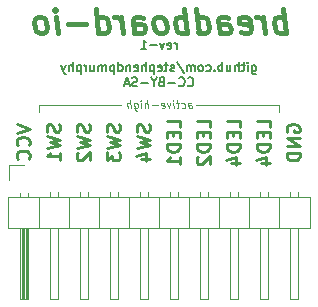
<source format=gbr>
%TF.GenerationSoftware,KiCad,Pcbnew,5.1.6-c6e7f7d~87~ubuntu18.04.1*%
%TF.CreationDate,2020-10-02T11:35:24-04:00*%
%TF.ProjectId,breadboard-io,62726561-6462-46f6-9172-642d696f2e6b,rev?*%
%TF.SameCoordinates,Original*%
%TF.FileFunction,Legend,Bot*%
%TF.FilePolarity,Positive*%
%FSLAX46Y46*%
G04 Gerber Fmt 4.6, Leading zero omitted, Abs format (unit mm)*
G04 Created by KiCad (PCBNEW 5.1.6-c6e7f7d~87~ubuntu18.04.1) date 2020-10-02 11:35:24*
%MOMM*%
%LPD*%
G01*
G04 APERTURE LIST*
%ADD10C,0.150000*%
%ADD11C,0.120000*%
%ADD12C,0.100000*%
%ADD13C,0.400000*%
%ADD14C,0.250000*%
G04 APERTURE END LIST*
D10*
X138642142Y-108289285D02*
X138642142Y-107789285D01*
X138642142Y-107932142D02*
X138606428Y-107860714D01*
X138570714Y-107825000D01*
X138499285Y-107789285D01*
X138427857Y-107789285D01*
X137892142Y-108253571D02*
X137963571Y-108289285D01*
X138106428Y-108289285D01*
X138177857Y-108253571D01*
X138213571Y-108182142D01*
X138213571Y-107896428D01*
X138177857Y-107825000D01*
X138106428Y-107789285D01*
X137963571Y-107789285D01*
X137892142Y-107825000D01*
X137856428Y-107896428D01*
X137856428Y-107967857D01*
X138213571Y-108039285D01*
X137606428Y-107789285D02*
X137427857Y-108289285D01*
X137249285Y-107789285D01*
X136963571Y-108003571D02*
X136392142Y-108003571D01*
X135642142Y-108289285D02*
X136070714Y-108289285D01*
X135856428Y-108289285D02*
X135856428Y-107539285D01*
X135927857Y-107646428D01*
X135999285Y-107717857D01*
X136070714Y-107753571D01*
D11*
X147320000Y-113030000D02*
X147320000Y-113665000D01*
X127000000Y-113030000D02*
X127000000Y-113665000D01*
X140335000Y-113030000D02*
X147320000Y-113030000D01*
X133985000Y-113030000D02*
X127000000Y-113030000D01*
D12*
X139670431Y-113324047D02*
X139627872Y-112983571D01*
X139651086Y-112921666D01*
X139709122Y-112890714D01*
X139832931Y-112890714D01*
X139898705Y-112921666D01*
X139666562Y-113293095D02*
X139732336Y-113324047D01*
X139887098Y-113324047D01*
X139945133Y-113293095D01*
X139968348Y-113231190D01*
X139960610Y-113169285D01*
X139921919Y-113107380D01*
X139856145Y-113076428D01*
X139701383Y-113076428D01*
X139635610Y-113045476D01*
X139078467Y-113293095D02*
X139144241Y-113324047D01*
X139268050Y-113324047D01*
X139326086Y-113293095D01*
X139353169Y-113262142D01*
X139376383Y-113200238D01*
X139353169Y-113014523D01*
X139314479Y-112952619D01*
X139279657Y-112921666D01*
X139213883Y-112890714D01*
X139090074Y-112890714D01*
X139032038Y-112921666D01*
X138842455Y-112890714D02*
X138594836Y-112890714D01*
X138722514Y-112674047D02*
X138792157Y-113231190D01*
X138768943Y-113293095D01*
X138710907Y-113324047D01*
X138649002Y-113324047D01*
X138432336Y-113324047D02*
X138378169Y-112890714D01*
X138351086Y-112674047D02*
X138385907Y-112705000D01*
X138358824Y-112735952D01*
X138324002Y-112705000D01*
X138351086Y-112674047D01*
X138358824Y-112735952D01*
X138130550Y-112890714D02*
X138029955Y-113324047D01*
X137821026Y-112890714D01*
X137376086Y-113293095D02*
X137441860Y-113324047D01*
X137565669Y-113324047D01*
X137623705Y-113293095D01*
X137646919Y-113231190D01*
X137615967Y-112983571D01*
X137577276Y-112921666D01*
X137511502Y-112890714D01*
X137387693Y-112890714D01*
X137329657Y-112921666D01*
X137306443Y-112983571D01*
X137314181Y-113045476D01*
X137631443Y-113107380D01*
X137039479Y-113076428D02*
X136544241Y-113076428D01*
X136265669Y-113324047D02*
X136184419Y-112674047D01*
X135987098Y-113324047D02*
X135944538Y-112983571D01*
X135967752Y-112921666D01*
X136025788Y-112890714D01*
X136118645Y-112890714D01*
X136184419Y-112921666D01*
X136219241Y-112952619D01*
X135677574Y-113324047D02*
X135623407Y-112890714D01*
X135596324Y-112674047D02*
X135631145Y-112705000D01*
X135604062Y-112735952D01*
X135569241Y-112705000D01*
X135596324Y-112674047D01*
X135604062Y-112735952D01*
X135035312Y-112890714D02*
X135101086Y-113416904D01*
X135139776Y-113478809D01*
X135174598Y-113509761D01*
X135240372Y-113540714D01*
X135333229Y-113540714D01*
X135391264Y-113509761D01*
X135085610Y-113293095D02*
X135151383Y-113324047D01*
X135275193Y-113324047D01*
X135333229Y-113293095D01*
X135360312Y-113262142D01*
X135383526Y-113200238D01*
X135360312Y-113014523D01*
X135321622Y-112952619D01*
X135286800Y-112921666D01*
X135221026Y-112890714D01*
X135097217Y-112890714D01*
X135039181Y-112921666D01*
X134779955Y-113324047D02*
X134698705Y-112674047D01*
X134501383Y-113324047D02*
X134458824Y-112983571D01*
X134482038Y-112921666D01*
X134540074Y-112890714D01*
X134632931Y-112890714D01*
X134698705Y-112921666D01*
X134733526Y-112952619D01*
D13*
X147939523Y-106949761D02*
X147689523Y-104949761D01*
X147784761Y-105711666D02*
X147582380Y-105616428D01*
X147201428Y-105616428D01*
X147022857Y-105711666D01*
X146939523Y-105806904D01*
X146868095Y-105997380D01*
X146939523Y-106568809D01*
X147058571Y-106759285D01*
X147165714Y-106854523D01*
X147368095Y-106949761D01*
X147749047Y-106949761D01*
X147927619Y-106854523D01*
X146130000Y-106949761D02*
X145963333Y-105616428D01*
X146010952Y-105997380D02*
X145891904Y-105806904D01*
X145784761Y-105711666D01*
X145582380Y-105616428D01*
X145391904Y-105616428D01*
X144118095Y-106854523D02*
X144320476Y-106949761D01*
X144701428Y-106949761D01*
X144880000Y-106854523D01*
X144951428Y-106664047D01*
X144856190Y-105902142D01*
X144737142Y-105711666D01*
X144534761Y-105616428D01*
X144153809Y-105616428D01*
X143975238Y-105711666D01*
X143903809Y-105902142D01*
X143927619Y-106092619D01*
X144903809Y-106283095D01*
X142320476Y-106949761D02*
X142189523Y-105902142D01*
X142260952Y-105711666D01*
X142439523Y-105616428D01*
X142820476Y-105616428D01*
X143022857Y-105711666D01*
X142308571Y-106854523D02*
X142510952Y-106949761D01*
X142987142Y-106949761D01*
X143165714Y-106854523D01*
X143237142Y-106664047D01*
X143213333Y-106473571D01*
X143094285Y-106283095D01*
X142891904Y-106187857D01*
X142415714Y-106187857D01*
X142213333Y-106092619D01*
X140510952Y-106949761D02*
X140260952Y-104949761D01*
X140499047Y-106854523D02*
X140701428Y-106949761D01*
X141082380Y-106949761D01*
X141260952Y-106854523D01*
X141344285Y-106759285D01*
X141415714Y-106568809D01*
X141344285Y-105997380D01*
X141225238Y-105806904D01*
X141118095Y-105711666D01*
X140915714Y-105616428D01*
X140534761Y-105616428D01*
X140356190Y-105711666D01*
X139558571Y-106949761D02*
X139308571Y-104949761D01*
X139403809Y-105711666D02*
X139201428Y-105616428D01*
X138820476Y-105616428D01*
X138641904Y-105711666D01*
X138558571Y-105806904D01*
X138487142Y-105997380D01*
X138558571Y-106568809D01*
X138677619Y-106759285D01*
X138784761Y-106854523D01*
X138987142Y-106949761D01*
X139368095Y-106949761D01*
X139546666Y-106854523D01*
X137463333Y-106949761D02*
X137641904Y-106854523D01*
X137725238Y-106759285D01*
X137796666Y-106568809D01*
X137725238Y-105997380D01*
X137606190Y-105806904D01*
X137499047Y-105711666D01*
X137296666Y-105616428D01*
X137010952Y-105616428D01*
X136832380Y-105711666D01*
X136749047Y-105806904D01*
X136677619Y-105997380D01*
X136749047Y-106568809D01*
X136868095Y-106759285D01*
X136975238Y-106854523D01*
X137177619Y-106949761D01*
X137463333Y-106949761D01*
X135082380Y-106949761D02*
X134951428Y-105902142D01*
X135022857Y-105711666D01*
X135201428Y-105616428D01*
X135582380Y-105616428D01*
X135784761Y-105711666D01*
X135070476Y-106854523D02*
X135272857Y-106949761D01*
X135749047Y-106949761D01*
X135927619Y-106854523D01*
X135999047Y-106664047D01*
X135975238Y-106473571D01*
X135856190Y-106283095D01*
X135653809Y-106187857D01*
X135177619Y-106187857D01*
X134975238Y-106092619D01*
X134130000Y-106949761D02*
X133963333Y-105616428D01*
X134010952Y-105997380D02*
X133891904Y-105806904D01*
X133784761Y-105711666D01*
X133582380Y-105616428D01*
X133391904Y-105616428D01*
X132034761Y-106949761D02*
X131784761Y-104949761D01*
X132022857Y-106854523D02*
X132225238Y-106949761D01*
X132606190Y-106949761D01*
X132784761Y-106854523D01*
X132868095Y-106759285D01*
X132939523Y-106568809D01*
X132868095Y-105997380D01*
X132749047Y-105806904D01*
X132641904Y-105711666D01*
X132439523Y-105616428D01*
X132058571Y-105616428D01*
X131880000Y-105711666D01*
X130987142Y-106187857D02*
X129463333Y-106187857D01*
X128606190Y-106949761D02*
X128439523Y-105616428D01*
X128356190Y-104949761D02*
X128463333Y-105045000D01*
X128380000Y-105140238D01*
X128272857Y-105045000D01*
X128356190Y-104949761D01*
X128380000Y-105140238D01*
X127368095Y-106949761D02*
X127546666Y-106854523D01*
X127630000Y-106759285D01*
X127701428Y-106568809D01*
X127630000Y-105997380D01*
X127510952Y-105806904D01*
X127403809Y-105711666D01*
X127201428Y-105616428D01*
X126915714Y-105616428D01*
X126737142Y-105711666D01*
X126653809Y-105806904D01*
X126582380Y-105997380D01*
X126653809Y-106568809D01*
X126772857Y-106759285D01*
X126880000Y-106854523D01*
X127082380Y-106949761D01*
X127368095Y-106949761D01*
D10*
X145035000Y-109691785D02*
X145035000Y-110298928D01*
X145070714Y-110370357D01*
X145106428Y-110406071D01*
X145177857Y-110441785D01*
X145285000Y-110441785D01*
X145356428Y-110406071D01*
X145035000Y-110156071D02*
X145106428Y-110191785D01*
X145249285Y-110191785D01*
X145320714Y-110156071D01*
X145356428Y-110120357D01*
X145392142Y-110048928D01*
X145392142Y-109834642D01*
X145356428Y-109763214D01*
X145320714Y-109727500D01*
X145249285Y-109691785D01*
X145106428Y-109691785D01*
X145035000Y-109727500D01*
X144677857Y-110191785D02*
X144677857Y-109691785D01*
X144677857Y-109441785D02*
X144713571Y-109477500D01*
X144677857Y-109513214D01*
X144642142Y-109477500D01*
X144677857Y-109441785D01*
X144677857Y-109513214D01*
X144427857Y-109691785D02*
X144142142Y-109691785D01*
X144320714Y-109441785D02*
X144320714Y-110084642D01*
X144285000Y-110156071D01*
X144213571Y-110191785D01*
X144142142Y-110191785D01*
X143892142Y-110191785D02*
X143892142Y-109441785D01*
X143570714Y-110191785D02*
X143570714Y-109798928D01*
X143606428Y-109727500D01*
X143677857Y-109691785D01*
X143785000Y-109691785D01*
X143856428Y-109727500D01*
X143892142Y-109763214D01*
X142892142Y-109691785D02*
X142892142Y-110191785D01*
X143213571Y-109691785D02*
X143213571Y-110084642D01*
X143177857Y-110156071D01*
X143106428Y-110191785D01*
X142999285Y-110191785D01*
X142927857Y-110156071D01*
X142892142Y-110120357D01*
X142535000Y-110191785D02*
X142535000Y-109441785D01*
X142535000Y-109727500D02*
X142463571Y-109691785D01*
X142320714Y-109691785D01*
X142249285Y-109727500D01*
X142213571Y-109763214D01*
X142177857Y-109834642D01*
X142177857Y-110048928D01*
X142213571Y-110120357D01*
X142249285Y-110156071D01*
X142320714Y-110191785D01*
X142463571Y-110191785D01*
X142535000Y-110156071D01*
X141856428Y-110120357D02*
X141820714Y-110156071D01*
X141856428Y-110191785D01*
X141892142Y-110156071D01*
X141856428Y-110120357D01*
X141856428Y-110191785D01*
X141177857Y-110156071D02*
X141249285Y-110191785D01*
X141392142Y-110191785D01*
X141463571Y-110156071D01*
X141499285Y-110120357D01*
X141535000Y-110048928D01*
X141535000Y-109834642D01*
X141499285Y-109763214D01*
X141463571Y-109727500D01*
X141392142Y-109691785D01*
X141249285Y-109691785D01*
X141177857Y-109727500D01*
X140749285Y-110191785D02*
X140820714Y-110156071D01*
X140856428Y-110120357D01*
X140892142Y-110048928D01*
X140892142Y-109834642D01*
X140856428Y-109763214D01*
X140820714Y-109727500D01*
X140749285Y-109691785D01*
X140642142Y-109691785D01*
X140570714Y-109727500D01*
X140535000Y-109763214D01*
X140499285Y-109834642D01*
X140499285Y-110048928D01*
X140535000Y-110120357D01*
X140570714Y-110156071D01*
X140642142Y-110191785D01*
X140749285Y-110191785D01*
X140177857Y-110191785D02*
X140177857Y-109691785D01*
X140177857Y-109763214D02*
X140142142Y-109727500D01*
X140070714Y-109691785D01*
X139963571Y-109691785D01*
X139892142Y-109727500D01*
X139856428Y-109798928D01*
X139856428Y-110191785D01*
X139856428Y-109798928D02*
X139820714Y-109727500D01*
X139749285Y-109691785D01*
X139642142Y-109691785D01*
X139570714Y-109727500D01*
X139535000Y-109798928D01*
X139535000Y-110191785D01*
X138642142Y-109406071D02*
X139285000Y-110370357D01*
X138427857Y-110156071D02*
X138356428Y-110191785D01*
X138213571Y-110191785D01*
X138142142Y-110156071D01*
X138106428Y-110084642D01*
X138106428Y-110048928D01*
X138142142Y-109977500D01*
X138213571Y-109941785D01*
X138320714Y-109941785D01*
X138392142Y-109906071D01*
X138427857Y-109834642D01*
X138427857Y-109798928D01*
X138392142Y-109727500D01*
X138320714Y-109691785D01*
X138213571Y-109691785D01*
X138142142Y-109727500D01*
X137892142Y-109691785D02*
X137606428Y-109691785D01*
X137785000Y-109441785D02*
X137785000Y-110084642D01*
X137749285Y-110156071D01*
X137677857Y-110191785D01*
X137606428Y-110191785D01*
X137070714Y-110156071D02*
X137142142Y-110191785D01*
X137285000Y-110191785D01*
X137356428Y-110156071D01*
X137392142Y-110084642D01*
X137392142Y-109798928D01*
X137356428Y-109727500D01*
X137285000Y-109691785D01*
X137142142Y-109691785D01*
X137070714Y-109727500D01*
X137035000Y-109798928D01*
X137035000Y-109870357D01*
X137392142Y-109941785D01*
X136713571Y-109691785D02*
X136713571Y-110441785D01*
X136713571Y-109727500D02*
X136642142Y-109691785D01*
X136499285Y-109691785D01*
X136427857Y-109727500D01*
X136392142Y-109763214D01*
X136356428Y-109834642D01*
X136356428Y-110048928D01*
X136392142Y-110120357D01*
X136427857Y-110156071D01*
X136499285Y-110191785D01*
X136642142Y-110191785D01*
X136713571Y-110156071D01*
X136035000Y-110191785D02*
X136035000Y-109441785D01*
X135713571Y-110191785D02*
X135713571Y-109798928D01*
X135749285Y-109727500D01*
X135820714Y-109691785D01*
X135927857Y-109691785D01*
X135999285Y-109727500D01*
X136035000Y-109763214D01*
X135070714Y-110156071D02*
X135142142Y-110191785D01*
X135285000Y-110191785D01*
X135356428Y-110156071D01*
X135392142Y-110084642D01*
X135392142Y-109798928D01*
X135356428Y-109727500D01*
X135285000Y-109691785D01*
X135142142Y-109691785D01*
X135070714Y-109727500D01*
X135035000Y-109798928D01*
X135035000Y-109870357D01*
X135392142Y-109941785D01*
X134713571Y-109691785D02*
X134713571Y-110191785D01*
X134713571Y-109763214D02*
X134677857Y-109727500D01*
X134606428Y-109691785D01*
X134499285Y-109691785D01*
X134427857Y-109727500D01*
X134392142Y-109798928D01*
X134392142Y-110191785D01*
X133713571Y-110191785D02*
X133713571Y-109441785D01*
X133713571Y-110156071D02*
X133785000Y-110191785D01*
X133927857Y-110191785D01*
X133999285Y-110156071D01*
X134035000Y-110120357D01*
X134070714Y-110048928D01*
X134070714Y-109834642D01*
X134035000Y-109763214D01*
X133999285Y-109727500D01*
X133927857Y-109691785D01*
X133785000Y-109691785D01*
X133713571Y-109727500D01*
X133356428Y-109691785D02*
X133356428Y-110441785D01*
X133356428Y-109727500D02*
X133285000Y-109691785D01*
X133142142Y-109691785D01*
X133070714Y-109727500D01*
X133035000Y-109763214D01*
X132999285Y-109834642D01*
X132999285Y-110048928D01*
X133035000Y-110120357D01*
X133070714Y-110156071D01*
X133142142Y-110191785D01*
X133285000Y-110191785D01*
X133356428Y-110156071D01*
X132677857Y-110191785D02*
X132677857Y-109691785D01*
X132677857Y-109763214D02*
X132642142Y-109727500D01*
X132570714Y-109691785D01*
X132463571Y-109691785D01*
X132392142Y-109727500D01*
X132356428Y-109798928D01*
X132356428Y-110191785D01*
X132356428Y-109798928D02*
X132320714Y-109727500D01*
X132249285Y-109691785D01*
X132142142Y-109691785D01*
X132070714Y-109727500D01*
X132035000Y-109798928D01*
X132035000Y-110191785D01*
X131356428Y-109691785D02*
X131356428Y-110191785D01*
X131677857Y-109691785D02*
X131677857Y-110084642D01*
X131642142Y-110156071D01*
X131570714Y-110191785D01*
X131463571Y-110191785D01*
X131392142Y-110156071D01*
X131356428Y-110120357D01*
X130999285Y-110191785D02*
X130999285Y-109691785D01*
X130999285Y-109834642D02*
X130963571Y-109763214D01*
X130927857Y-109727500D01*
X130856428Y-109691785D01*
X130785000Y-109691785D01*
X130535000Y-109691785D02*
X130535000Y-110441785D01*
X130535000Y-109727500D02*
X130463571Y-109691785D01*
X130320714Y-109691785D01*
X130249285Y-109727500D01*
X130213571Y-109763214D01*
X130177857Y-109834642D01*
X130177857Y-110048928D01*
X130213571Y-110120357D01*
X130249285Y-110156071D01*
X130320714Y-110191785D01*
X130463571Y-110191785D01*
X130535000Y-110156071D01*
X129856428Y-110191785D02*
X129856428Y-109441785D01*
X129535000Y-110191785D02*
X129535000Y-109798928D01*
X129570714Y-109727500D01*
X129642142Y-109691785D01*
X129749285Y-109691785D01*
X129820714Y-109727500D01*
X129856428Y-109763214D01*
X129249285Y-109691785D02*
X129070714Y-110191785D01*
X128892142Y-109691785D02*
X129070714Y-110191785D01*
X129142142Y-110370357D01*
X129177857Y-110406071D01*
X129249285Y-110441785D01*
X139606428Y-111395357D02*
X139642142Y-111431071D01*
X139749285Y-111466785D01*
X139820714Y-111466785D01*
X139927857Y-111431071D01*
X139999285Y-111359642D01*
X140035000Y-111288214D01*
X140070714Y-111145357D01*
X140070714Y-111038214D01*
X140035000Y-110895357D01*
X139999285Y-110823928D01*
X139927857Y-110752500D01*
X139820714Y-110716785D01*
X139749285Y-110716785D01*
X139642142Y-110752500D01*
X139606428Y-110788214D01*
X138856428Y-111395357D02*
X138892142Y-111431071D01*
X138999285Y-111466785D01*
X139070714Y-111466785D01*
X139177857Y-111431071D01*
X139249285Y-111359642D01*
X139285000Y-111288214D01*
X139320714Y-111145357D01*
X139320714Y-111038214D01*
X139285000Y-110895357D01*
X139249285Y-110823928D01*
X139177857Y-110752500D01*
X139070714Y-110716785D01*
X138999285Y-110716785D01*
X138892142Y-110752500D01*
X138856428Y-110788214D01*
X138535000Y-111181071D02*
X137963571Y-111181071D01*
X137356428Y-111073928D02*
X137249285Y-111109642D01*
X137213571Y-111145357D01*
X137177857Y-111216785D01*
X137177857Y-111323928D01*
X137213571Y-111395357D01*
X137249285Y-111431071D01*
X137320714Y-111466785D01*
X137606428Y-111466785D01*
X137606428Y-110716785D01*
X137356428Y-110716785D01*
X137285000Y-110752500D01*
X137249285Y-110788214D01*
X137213571Y-110859642D01*
X137213571Y-110931071D01*
X137249285Y-111002500D01*
X137285000Y-111038214D01*
X137356428Y-111073928D01*
X137606428Y-111073928D01*
X136713571Y-111109642D02*
X136713571Y-111466785D01*
X136963571Y-110716785D02*
X136713571Y-111109642D01*
X136463571Y-110716785D01*
X136213571Y-111181071D02*
X135642142Y-111181071D01*
X135320714Y-111431071D02*
X135213571Y-111466785D01*
X135035000Y-111466785D01*
X134963571Y-111431071D01*
X134927857Y-111395357D01*
X134892142Y-111323928D01*
X134892142Y-111252500D01*
X134927857Y-111181071D01*
X134963571Y-111145357D01*
X135035000Y-111109642D01*
X135177857Y-111073928D01*
X135249285Y-111038214D01*
X135285000Y-111002500D01*
X135320714Y-110931071D01*
X135320714Y-110859642D01*
X135285000Y-110788214D01*
X135249285Y-110752500D01*
X135177857Y-110716785D01*
X134999285Y-110716785D01*
X134892142Y-110752500D01*
X134606428Y-111252500D02*
X134249285Y-111252500D01*
X134677857Y-111466785D02*
X134427857Y-110716785D01*
X134177857Y-111466785D01*
D14*
X125100238Y-114671666D02*
X126250238Y-115055000D01*
X125100238Y-115438333D01*
X126140714Y-116478809D02*
X126195476Y-116424047D01*
X126250238Y-116259761D01*
X126250238Y-116150238D01*
X126195476Y-115985952D01*
X126085952Y-115876428D01*
X125976428Y-115821666D01*
X125757380Y-115766904D01*
X125593095Y-115766904D01*
X125374047Y-115821666D01*
X125264523Y-115876428D01*
X125155000Y-115985952D01*
X125100238Y-116150238D01*
X125100238Y-116259761D01*
X125155000Y-116424047D01*
X125209761Y-116478809D01*
X126140714Y-117628809D02*
X126195476Y-117574047D01*
X126250238Y-117409761D01*
X126250238Y-117300238D01*
X126195476Y-117135952D01*
X126085952Y-117026428D01*
X125976428Y-116971666D01*
X125757380Y-116916904D01*
X125593095Y-116916904D01*
X125374047Y-116971666D01*
X125264523Y-117026428D01*
X125155000Y-117135952D01*
X125100238Y-117300238D01*
X125100238Y-117409761D01*
X125155000Y-117574047D01*
X125209761Y-117628809D01*
X148015000Y-115328809D02*
X147960238Y-115219285D01*
X147960238Y-115055000D01*
X148015000Y-114890714D01*
X148124523Y-114781190D01*
X148234047Y-114726428D01*
X148453095Y-114671666D01*
X148617380Y-114671666D01*
X148836428Y-114726428D01*
X148945952Y-114781190D01*
X149055476Y-114890714D01*
X149110238Y-115055000D01*
X149110238Y-115164523D01*
X149055476Y-115328809D01*
X149000714Y-115383571D01*
X148617380Y-115383571D01*
X148617380Y-115164523D01*
X149110238Y-115876428D02*
X147960238Y-115876428D01*
X149110238Y-116533571D01*
X147960238Y-116533571D01*
X149110238Y-117081190D02*
X147960238Y-117081190D01*
X147960238Y-117355000D01*
X148015000Y-117519285D01*
X148124523Y-117628809D01*
X148234047Y-117683571D01*
X148453095Y-117738333D01*
X148617380Y-117738333D01*
X148836428Y-117683571D01*
X148945952Y-117628809D01*
X149055476Y-117519285D01*
X149110238Y-117355000D01*
X149110238Y-117081190D01*
X128735476Y-114671666D02*
X128790238Y-114835952D01*
X128790238Y-115109761D01*
X128735476Y-115219285D01*
X128680714Y-115274047D01*
X128571190Y-115328809D01*
X128461666Y-115328809D01*
X128352142Y-115274047D01*
X128297380Y-115219285D01*
X128242619Y-115109761D01*
X128187857Y-114890714D01*
X128133095Y-114781190D01*
X128078333Y-114726428D01*
X127968809Y-114671666D01*
X127859285Y-114671666D01*
X127749761Y-114726428D01*
X127695000Y-114781190D01*
X127640238Y-114890714D01*
X127640238Y-115164523D01*
X127695000Y-115328809D01*
X127640238Y-115712142D02*
X128790238Y-115985952D01*
X127968809Y-116205000D01*
X128790238Y-116424047D01*
X127640238Y-116697857D01*
X128790238Y-117738333D02*
X128790238Y-117081190D01*
X128790238Y-117409761D02*
X127640238Y-117409761D01*
X127804523Y-117300238D01*
X127914047Y-117190714D01*
X127968809Y-117081190D01*
X131275476Y-114671666D02*
X131330238Y-114835952D01*
X131330238Y-115109761D01*
X131275476Y-115219285D01*
X131220714Y-115274047D01*
X131111190Y-115328809D01*
X131001666Y-115328809D01*
X130892142Y-115274047D01*
X130837380Y-115219285D01*
X130782619Y-115109761D01*
X130727857Y-114890714D01*
X130673095Y-114781190D01*
X130618333Y-114726428D01*
X130508809Y-114671666D01*
X130399285Y-114671666D01*
X130289761Y-114726428D01*
X130235000Y-114781190D01*
X130180238Y-114890714D01*
X130180238Y-115164523D01*
X130235000Y-115328809D01*
X130180238Y-115712142D02*
X131330238Y-115985952D01*
X130508809Y-116205000D01*
X131330238Y-116424047D01*
X130180238Y-116697857D01*
X130289761Y-117081190D02*
X130235000Y-117135952D01*
X130180238Y-117245476D01*
X130180238Y-117519285D01*
X130235000Y-117628809D01*
X130289761Y-117683571D01*
X130399285Y-117738333D01*
X130508809Y-117738333D01*
X130673095Y-117683571D01*
X131330238Y-117026428D01*
X131330238Y-117738333D01*
X133815476Y-114671666D02*
X133870238Y-114835952D01*
X133870238Y-115109761D01*
X133815476Y-115219285D01*
X133760714Y-115274047D01*
X133651190Y-115328809D01*
X133541666Y-115328809D01*
X133432142Y-115274047D01*
X133377380Y-115219285D01*
X133322619Y-115109761D01*
X133267857Y-114890714D01*
X133213095Y-114781190D01*
X133158333Y-114726428D01*
X133048809Y-114671666D01*
X132939285Y-114671666D01*
X132829761Y-114726428D01*
X132775000Y-114781190D01*
X132720238Y-114890714D01*
X132720238Y-115164523D01*
X132775000Y-115328809D01*
X132720238Y-115712142D02*
X133870238Y-115985952D01*
X133048809Y-116205000D01*
X133870238Y-116424047D01*
X132720238Y-116697857D01*
X132720238Y-117026428D02*
X132720238Y-117738333D01*
X133158333Y-117355000D01*
X133158333Y-117519285D01*
X133213095Y-117628809D01*
X133267857Y-117683571D01*
X133377380Y-117738333D01*
X133651190Y-117738333D01*
X133760714Y-117683571D01*
X133815476Y-117628809D01*
X133870238Y-117519285D01*
X133870238Y-117190714D01*
X133815476Y-117081190D01*
X133760714Y-117026428D01*
X136355476Y-114671666D02*
X136410238Y-114835952D01*
X136410238Y-115109761D01*
X136355476Y-115219285D01*
X136300714Y-115274047D01*
X136191190Y-115328809D01*
X136081666Y-115328809D01*
X135972142Y-115274047D01*
X135917380Y-115219285D01*
X135862619Y-115109761D01*
X135807857Y-114890714D01*
X135753095Y-114781190D01*
X135698333Y-114726428D01*
X135588809Y-114671666D01*
X135479285Y-114671666D01*
X135369761Y-114726428D01*
X135315000Y-114781190D01*
X135260238Y-114890714D01*
X135260238Y-115164523D01*
X135315000Y-115328809D01*
X135260238Y-115712142D02*
X136410238Y-115985952D01*
X135588809Y-116205000D01*
X136410238Y-116424047D01*
X135260238Y-116697857D01*
X135643571Y-117628809D02*
X136410238Y-117628809D01*
X135205476Y-117355000D02*
X136026904Y-117081190D01*
X136026904Y-117793095D01*
X146570238Y-114918095D02*
X146570238Y-114370476D01*
X145420238Y-114370476D01*
X145967857Y-115301428D02*
X145967857Y-115684761D01*
X146570238Y-115849047D02*
X146570238Y-115301428D01*
X145420238Y-115301428D01*
X145420238Y-115849047D01*
X146570238Y-116341904D02*
X145420238Y-116341904D01*
X145420238Y-116615714D01*
X145475000Y-116780000D01*
X145584523Y-116889523D01*
X145694047Y-116944285D01*
X145913095Y-116999047D01*
X146077380Y-116999047D01*
X146296428Y-116944285D01*
X146405952Y-116889523D01*
X146515476Y-116780000D01*
X146570238Y-116615714D01*
X146570238Y-116341904D01*
X145803571Y-117984761D02*
X146570238Y-117984761D01*
X145365476Y-117710952D02*
X146186904Y-117437142D01*
X146186904Y-118149047D01*
X144030238Y-114918095D02*
X144030238Y-114370476D01*
X142880238Y-114370476D01*
X143427857Y-115301428D02*
X143427857Y-115684761D01*
X144030238Y-115849047D02*
X144030238Y-115301428D01*
X142880238Y-115301428D01*
X142880238Y-115849047D01*
X144030238Y-116341904D02*
X142880238Y-116341904D01*
X142880238Y-116615714D01*
X142935000Y-116780000D01*
X143044523Y-116889523D01*
X143154047Y-116944285D01*
X143373095Y-116999047D01*
X143537380Y-116999047D01*
X143756428Y-116944285D01*
X143865952Y-116889523D01*
X143975476Y-116780000D01*
X144030238Y-116615714D01*
X144030238Y-116341904D01*
X143263571Y-117984761D02*
X144030238Y-117984761D01*
X142825476Y-117710952D02*
X143646904Y-117437142D01*
X143646904Y-118149047D01*
X141490238Y-114918095D02*
X141490238Y-114370476D01*
X140340238Y-114370476D01*
X140887857Y-115301428D02*
X140887857Y-115684761D01*
X141490238Y-115849047D02*
X141490238Y-115301428D01*
X140340238Y-115301428D01*
X140340238Y-115849047D01*
X141490238Y-116341904D02*
X140340238Y-116341904D01*
X140340238Y-116615714D01*
X140395000Y-116780000D01*
X140504523Y-116889523D01*
X140614047Y-116944285D01*
X140833095Y-116999047D01*
X140997380Y-116999047D01*
X141216428Y-116944285D01*
X141325952Y-116889523D01*
X141435476Y-116780000D01*
X141490238Y-116615714D01*
X141490238Y-116341904D01*
X140449761Y-117437142D02*
X140395000Y-117491904D01*
X140340238Y-117601428D01*
X140340238Y-117875238D01*
X140395000Y-117984761D01*
X140449761Y-118039523D01*
X140559285Y-118094285D01*
X140668809Y-118094285D01*
X140833095Y-118039523D01*
X141490238Y-117382380D01*
X141490238Y-118094285D01*
X138950238Y-114918095D02*
X138950238Y-114370476D01*
X137800238Y-114370476D01*
X138347857Y-115301428D02*
X138347857Y-115684761D01*
X138950238Y-115849047D02*
X138950238Y-115301428D01*
X137800238Y-115301428D01*
X137800238Y-115849047D01*
X138950238Y-116341904D02*
X137800238Y-116341904D01*
X137800238Y-116615714D01*
X137855000Y-116780000D01*
X137964523Y-116889523D01*
X138074047Y-116944285D01*
X138293095Y-116999047D01*
X138457380Y-116999047D01*
X138676428Y-116944285D01*
X138785952Y-116889523D01*
X138895476Y-116780000D01*
X138950238Y-116615714D01*
X138950238Y-116341904D01*
X138950238Y-118094285D02*
X138950238Y-117437142D01*
X138950238Y-117765714D02*
X137800238Y-117765714D01*
X137964523Y-117656190D01*
X138074047Y-117546666D01*
X138128809Y-117437142D01*
D11*
%TO.C,J1*%
X124460000Y-118110000D02*
X124460000Y-119380000D01*
X125730000Y-118110000D02*
X124460000Y-118110000D01*
X148970000Y-120422929D02*
X148970000Y-120820000D01*
X148210000Y-120422929D02*
X148210000Y-120820000D01*
X148970000Y-129480000D02*
X148970000Y-123480000D01*
X148210000Y-129480000D02*
X148970000Y-129480000D01*
X148210000Y-123480000D02*
X148210000Y-129480000D01*
X147320000Y-120820000D02*
X147320000Y-123480000D01*
X146430000Y-120422929D02*
X146430000Y-120820000D01*
X145670000Y-120422929D02*
X145670000Y-120820000D01*
X146430000Y-129480000D02*
X146430000Y-123480000D01*
X145670000Y-129480000D02*
X146430000Y-129480000D01*
X145670000Y-123480000D02*
X145670000Y-129480000D01*
X144780000Y-120820000D02*
X144780000Y-123480000D01*
X143890000Y-120422929D02*
X143890000Y-120820000D01*
X143130000Y-120422929D02*
X143130000Y-120820000D01*
X143890000Y-129480000D02*
X143890000Y-123480000D01*
X143130000Y-129480000D02*
X143890000Y-129480000D01*
X143130000Y-123480000D02*
X143130000Y-129480000D01*
X142240000Y-120820000D02*
X142240000Y-123480000D01*
X141350000Y-120422929D02*
X141350000Y-120820000D01*
X140590000Y-120422929D02*
X140590000Y-120820000D01*
X141350000Y-129480000D02*
X141350000Y-123480000D01*
X140590000Y-129480000D02*
X141350000Y-129480000D01*
X140590000Y-123480000D02*
X140590000Y-129480000D01*
X139700000Y-120820000D02*
X139700000Y-123480000D01*
X138810000Y-120422929D02*
X138810000Y-120820000D01*
X138050000Y-120422929D02*
X138050000Y-120820000D01*
X138810000Y-129480000D02*
X138810000Y-123480000D01*
X138050000Y-129480000D02*
X138810000Y-129480000D01*
X138050000Y-123480000D02*
X138050000Y-129480000D01*
X137160000Y-120820000D02*
X137160000Y-123480000D01*
X136270000Y-120422929D02*
X136270000Y-120820000D01*
X135510000Y-120422929D02*
X135510000Y-120820000D01*
X136270000Y-129480000D02*
X136270000Y-123480000D01*
X135510000Y-129480000D02*
X136270000Y-129480000D01*
X135510000Y-123480000D02*
X135510000Y-129480000D01*
X134620000Y-120820000D02*
X134620000Y-123480000D01*
X133730000Y-120422929D02*
X133730000Y-120820000D01*
X132970000Y-120422929D02*
X132970000Y-120820000D01*
X133730000Y-129480000D02*
X133730000Y-123480000D01*
X132970000Y-129480000D02*
X133730000Y-129480000D01*
X132970000Y-123480000D02*
X132970000Y-129480000D01*
X132080000Y-120820000D02*
X132080000Y-123480000D01*
X131190000Y-120422929D02*
X131190000Y-120820000D01*
X130430000Y-120422929D02*
X130430000Y-120820000D01*
X131190000Y-129480000D02*
X131190000Y-123480000D01*
X130430000Y-129480000D02*
X131190000Y-129480000D01*
X130430000Y-123480000D02*
X130430000Y-129480000D01*
X129540000Y-120820000D02*
X129540000Y-123480000D01*
X128650000Y-120422929D02*
X128650000Y-120820000D01*
X127890000Y-120422929D02*
X127890000Y-120820000D01*
X128650000Y-129480000D02*
X128650000Y-123480000D01*
X127890000Y-129480000D02*
X128650000Y-129480000D01*
X127890000Y-123480000D02*
X127890000Y-129480000D01*
X127000000Y-120820000D02*
X127000000Y-123480000D01*
X126110000Y-120490000D02*
X126110000Y-120820000D01*
X125350000Y-120490000D02*
X125350000Y-120820000D01*
X126010000Y-123480000D02*
X126010000Y-129480000D01*
X125890000Y-123480000D02*
X125890000Y-129480000D01*
X125770000Y-123480000D02*
X125770000Y-129480000D01*
X125650000Y-123480000D02*
X125650000Y-129480000D01*
X125530000Y-123480000D02*
X125530000Y-129480000D01*
X125410000Y-123480000D02*
X125410000Y-129480000D01*
X126110000Y-129480000D02*
X126110000Y-123480000D01*
X125350000Y-129480000D02*
X126110000Y-129480000D01*
X125350000Y-123480000D02*
X125350000Y-129480000D01*
X124400000Y-123480000D02*
X124400000Y-120820000D01*
X149920000Y-123480000D02*
X124400000Y-123480000D01*
X149920000Y-120820000D02*
X149920000Y-123480000D01*
X124400000Y-120820000D02*
X149920000Y-120820000D01*
%TD*%
M02*

</source>
